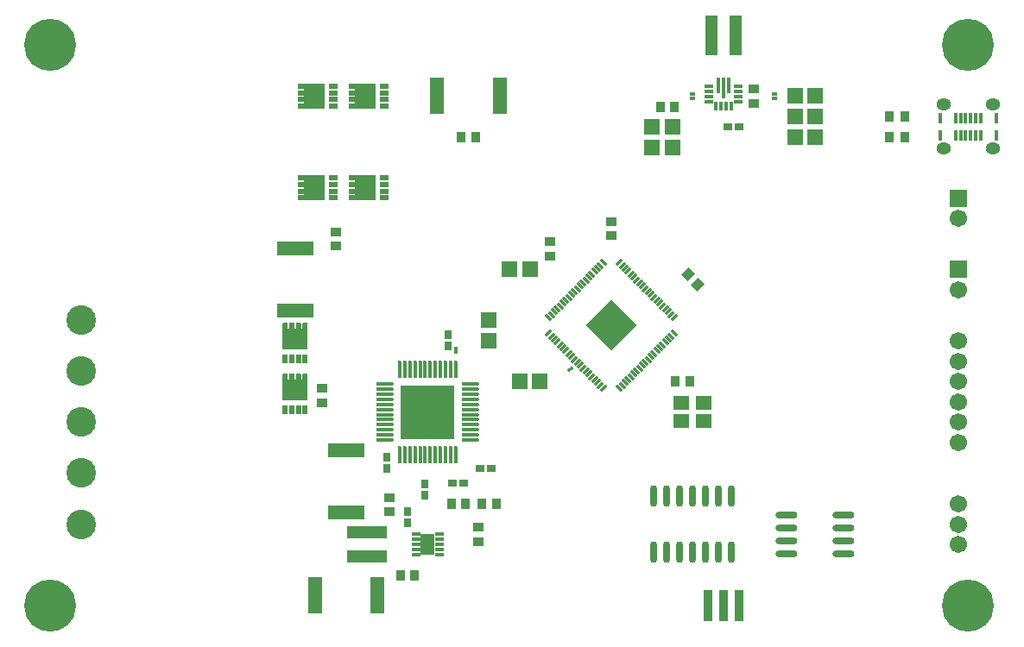
<source format=gts>
G04 Layer: TopSolderMaskLayer*
G04 EasyEDA v6.5.51, 2025-11-04 20:26:23*
G04 623bb76df6fb496f828c8c95ac90ab9a,07aaf3ec58ed4e568cacc845e37e2e79,10*
G04 Gerber Generator version 0.2*
G04 Scale: 100 percent, Rotated: No, Reflected: No *
G04 Dimensions in millimeters *
G04 leading zeros omitted , absolute positions ,4 integer and 5 decimal *
%FSLAX45Y45*%
%MOMM*%

%AMMACRO1*4,1,8,-0.4161,-0.3208,-0.4458,-0.291,-0.4458,0.2911,-0.4161,0.3208,0.4161,0.3208,0.4458,0.2911,0.4458,-0.291,0.4161,-0.3208,-0.4161,-0.3208,0*%
%AMMACRO2*4,1,8,-0.2911,-0.4458,-0.3208,-0.4161,-0.3208,0.4161,-0.2911,0.4458,0.291,0.4458,0.3208,0.4161,0.3208,-0.4161,0.291,-0.4458,-0.2911,-0.4458,0*%
%AMMACRO3*4,1,8,-0.4711,-0.4508,-0.5008,-0.421,-0.5008,0.4211,-0.4711,0.4508,0.471,0.4508,0.5008,0.4211,0.5008,-0.421,0.471,-0.4508,-0.4711,-0.4508,0*%
%AMMACRO4*4,1,8,-0.4211,-0.5008,-0.4508,-0.471,-0.4508,0.4711,-0.4211,0.5008,0.421,0.5008,0.4508,0.4711,0.4508,-0.471,0.421,-0.5008,-0.4211,-0.5008,0*%
%AMMACRO5*4,1,8,-0.6961,-0.7558,-0.7258,-0.726,-0.7258,0.7261,-0.6961,0.7558,0.696,0.7558,0.7258,0.7261,0.7258,-0.726,0.696,-0.7558,-0.6961,-0.7558,0*%
%AMMACRO6*4,1,8,-0.7261,-0.7258,-0.7558,-0.696,-0.7558,0.6961,-0.7261,0.7258,0.726,0.7258,0.7558,0.6961,0.7558,-0.696,0.726,-0.7258,-0.7261,-0.7258,0*%
%AMMACRO7*4,1,8,-0.0564,-0.6518,-0.6518,-0.0564,-0.6518,-0.0143,0.0143,0.6518,0.0564,0.6518,0.6518,0.0564,0.6518,0.0143,-0.0143,-0.6518,-0.0564,-0.6518,0*%
%AMMACRO8*4,1,8,-0.5211,-1.9508,-0.5508,-1.921,-0.5508,1.9211,-0.5211,1.9508,0.521,1.9508,0.5508,1.9211,0.5508,-1.921,0.521,-1.9508,-0.5211,-1.9508,0*%
%AMMACRO9*4,1,8,-1.9211,-0.5508,-1.9508,-0.521,-1.9508,0.5211,-1.9211,0.5508,1.921,0.5508,1.9508,0.5211,1.9508,-0.521,1.921,-0.5508,-1.9211,-0.5508,0*%
%AMMACRO10*4,1,8,-0.1961,-0.4008,-0.2258,-0.371,-0.2258,0.3711,-0.1961,0.4008,0.196,0.4008,0.2258,0.3711,0.2258,-0.371,0.196,-0.4008,-0.1961,-0.4008,0*%
%AMMACRO11*4,1,8,-0.3711,-0.2258,-0.4008,-0.196,-0.4008,0.1961,-0.3711,0.2258,0.371,0.2258,0.4008,0.1961,0.4008,-0.196,0.371,-0.2258,-0.3711,-0.2258,0*%
%AMMACRO12*4,1,8,-1.749,-0.6921,-1.7788,-0.6623,-1.7788,0.6623,-1.749,0.6921,1.749,0.6921,1.7788,0.6623,1.7788,-0.6623,1.749,-0.6921,-1.749,-0.6921,0*%
%AMMACRO13*4,1,8,-0.6623,-1.7788,-0.6921,-1.749,-0.6921,1.749,-0.6623,1.7788,0.6623,1.7788,0.6921,1.749,0.6921,-1.749,0.6623,-1.7788,-0.6623,-1.7788,0*%
%AMMACRO14*4,1,8,-0.0083,-0.1908,-0.1908,-0.0083,-0.1908,0.0338,-0.0338,0.1908,0.0083,0.1908,0.1908,0.0083,0.1908,-0.0338,0.0338,-0.1908,-0.0083,-0.1908,0*%
%AMMACRO15*4,1,8,-0.1291,-0.1408,-0.1588,-0.111,-0.1588,0.111,-0.1291,0.1408,0.129,0.1408,0.1588,0.111,0.1588,-0.111,0.129,-0.1408,-0.1291,-0.1408,0*%
%AMMACRO16*4,1,8,-0.1831,-0.2024,-0.2128,-0.1726,-0.2128,0.1726,-0.1831,0.2024,0.183,0.2024,0.2128,0.1726,0.2128,-0.1726,0.183,-0.2024,-0.1831,-0.2024,0*%
%AMMACRO17*4,1,8,-0.1851,-0.3558,-0.3558,-0.1851,-0.3558,-0.1437,0.1437,0.3558,0.1851,0.3558,0.3558,0.1851,0.3558,0.1437,-0.1437,-0.3558,-0.1851,-0.3558,0*%
%AMMACRO18*4,1,8,0.1437,-0.3558,-0.3558,0.1437,-0.3558,0.1851,-0.1851,0.3558,-0.1437,0.3558,0.3558,-0.1437,0.3558,-0.1851,0.1851,-0.3558,0.1437,-0.3558,0*%
%AMMACRO19*4,1,8,-0.0207,-2.4542,-2.4542,-0.0207,-2.4542,0.0207,-0.0207,2.4542,0.0207,2.4542,2.4542,0.0207,2.4542,-0.0207,0.0207,-2.4542,-0.0207,-2.4542,0*%
%AMMACRO20*4,1,8,-0.3536,-0.1908,-0.3833,-0.161,-0.3833,0.1611,-0.3536,0.1908,0.3535,0.1908,0.3833,0.1611,0.3833,-0.161,0.3535,-0.1908,-0.3536,-0.1908,0*%
%AMMACRO21*4,1,8,-0.6211,-1.0508,-0.6508,-1.021,-0.6508,1.0211,-0.6211,1.0508,0.621,1.0508,0.6508,1.0211,0.6508,-1.021,0.621,-1.0508,-0.6211,-1.0508,0*%
%AMMACRO22*4,1,8,-0.1711,-0.4858,-0.2008,-0.456,-0.2008,0.4561,-0.1711,0.4858,0.171,0.4858,0.2008,0.4561,0.2008,-0.456,0.171,-0.4858,-0.1711,-0.4858,0*%
%AMMACRO23*4,1,8,-0.8211,-0.8508,-0.8508,-0.821,-0.8508,0.8211,-0.8211,0.8508,0.821,0.8508,0.8508,0.8211,0.8508,-0.821,0.821,-0.8508,-0.8211,-0.8508,0*%
%AMMACRO24*4,1,8,-2.5711,-2.6008,-2.6008,-2.571,-2.6008,2.5711,-2.5711,2.6008,2.571,2.6008,2.6008,2.5711,2.6008,-2.571,2.571,-2.6008,-2.5711,-2.6008,0*%
%AMMACRO25*4,1,8,-0.3711,-0.1758,-0.4008,-0.146,-0.4008,0.1461,-0.3711,0.1758,0.371,0.1758,0.4008,0.1461,0.4008,-0.146,0.371,-0.1758,-0.3711,-0.1758,0*%
%AMMACRO26*4,1,8,-0.3711,-0.1758,-0.4008,-0.1461,-0.4008,0.1461,-0.3711,0.1758,0.371,0.1758,0.4008,0.1461,0.4008,-0.1461,0.371,-0.1758,-0.3711,-0.1758,0*%
%AMMACRO27*4,1,8,-0.1461,-0.7758,-0.1758,-0.746,-0.1758,0.746,-0.1461,0.7758,0.146,0.7758,0.1758,0.746,0.1758,-0.746,0.146,-0.7758,-0.1461,-0.7758,0*%
%AMMACRO28*4,1,8,-0.1461,-0.9758,-0.1758,-0.946,-0.1758,0.946,-0.1461,0.9758,0.146,0.9758,0.1758,0.946,0.1758,-0.946,0.146,-0.9758,-0.1461,-0.9758,0*%
%AMMACRO29*4,1,8,-0.1461,-0.4008,-0.1758,-0.371,-0.1758,0.3711,-0.1461,0.4008,0.146,0.4008,0.1758,0.3711,0.1758,-0.371,0.146,-0.4008,-0.1461,-0.4008,0*%
%AMMACRO30*4,1,8,-0.1461,-0.4008,-0.1758,-0.371,-0.1758,0.3711,-0.1461,0.4008,0.1461,0.4008,0.1758,0.3711,0.1758,-0.371,0.1461,-0.4008,-0.1461,-0.4008,0*%
%AMMACRO31*4,1,8,-0.4211,-1.5507,-0.4508,-1.5209,-0.4508,1.5209,-0.4211,1.5507,0.4211,1.5507,0.4508,1.5209,0.4508,-1.5209,0.4211,-1.5507,-0.4211,-1.5507,0*%
%AMMACRO32*4,1,8,-0.4211,-1.5507,-0.4509,-1.5209,-0.4509,1.5209,-0.4211,1.5507,0.4211,1.5507,0.4509,1.5209,0.4509,-1.5209,0.4211,-1.5507,-0.4211,-1.5507,0*%
%AMMACRO33*4,1,8,-0.4243,-0.4828,-0.454,-0.453,-0.454,0.4531,-0.4243,0.4828,0.4243,0.4828,0.454,0.4531,0.454,-0.453,0.4243,-0.4828,-0.4243,-0.4828,0*%
%AMMACRO34*4,1,8,-0.7211,-0.6508,-0.7508,-0.621,-0.7508,0.6211,-0.7211,0.6508,0.721,0.6508,0.7508,0.6211,0.7508,-0.621,0.721,-0.6508,-0.7211,-0.6508,0*%
%ADD10C,2.9016*%
%ADD11MACRO1*%
%ADD12MACRO2*%
%ADD13MACRO3*%
%ADD14MACRO4*%
%ADD15MACRO5*%
%ADD16MACRO6*%
%ADD17MACRO7*%
%ADD18C,1.7016*%
%ADD19C,0.0142*%
%ADD20MACRO8*%
%ADD21MACRO9*%
%ADD22MACRO10*%
%ADD23MACRO11*%
%ADD24MACRO12*%
%ADD25MACRO13*%
%ADD26MACRO14*%
%ADD27MACRO15*%
%ADD28MACRO16*%
%ADD29MACRO17*%
%ADD30MACRO18*%
%ADD31MACRO19*%
%ADD32MACRO20*%
%ADD33MACRO21*%
%ADD34MACRO22*%
%ADD35O,1.45161X1.201598*%
%ADD36MACRO23*%
%ADD37O,2.146605X0.68961*%
%ADD38O,0.675589X2.139594*%
%ADD39MACRO24*%
%ADD40O,0.38161X1.701597*%
%ADD41O,1.701597X0.38161*%
%ADD42MACRO25*%
%ADD43MACRO26*%
%ADD44MACRO27*%
%ADD45MACRO28*%
%ADD46MACRO29*%
%ADD47MACRO30*%
%ADD48MACRO31*%
%ADD49MACRO32*%
%ADD50MACRO33*%
%ADD51MACRO34*%
%ADD52C,5.1016*%

%LPD*%
D10*
G01*
X798499Y1299997D03*
G01*
X798499Y1799869D03*
G01*
X798499Y2299995D03*
G01*
X801496Y2799994D03*
G01*
X798499Y3299993D03*
D11*
G01*
X4824496Y1849996D03*
G01*
X4715484Y1849996D03*
G01*
X4554496Y1699996D03*
G01*
X4445485Y1699996D03*
D12*
G01*
X3799992Y1954502D03*
G01*
X3799992Y1845490D03*
G01*
X4169991Y1585490D03*
G01*
X4169991Y1694502D03*
G01*
X3999992Y1315491D03*
G01*
X3999992Y1424503D03*
G01*
X4399991Y3154499D03*
G01*
X4399991Y3045487D03*
D13*
G01*
X3819992Y1559996D03*
G01*
X3819992Y1419997D03*
D14*
G01*
X4069991Y799998D03*
G01*
X3929992Y799998D03*
D13*
G01*
X4699990Y1129997D03*
G01*
X4699990Y1269997D03*
D14*
G01*
X4429991Y1499996D03*
G01*
X4569990Y1499996D03*
G01*
X4729990Y1499996D03*
G01*
X4869990Y1499996D03*
G01*
X6619986Y5389989D03*
G01*
X6479987Y5389989D03*
D13*
G01*
X7399985Y5429989D03*
G01*
X7399985Y5569988D03*
D15*
G01*
X4799990Y3099991D03*
G01*
X4799990Y3299995D03*
D16*
G01*
X7999986Y5099989D03*
G01*
X7799981Y5099989D03*
G01*
X7999986Y5299989D03*
G01*
X7799981Y5299989D03*
G01*
X7999986Y5499988D03*
G01*
X7799981Y5499988D03*
G01*
X5299991Y2699994D03*
G01*
X5099987Y2699994D03*
G01*
X5199992Y3799992D03*
G01*
X4999987Y3799992D03*
G01*
X6599989Y5199989D03*
G01*
X6399984Y5199989D03*
G01*
X6599989Y4999989D03*
G01*
X6399984Y4999989D03*
D13*
G01*
X3164994Y2489995D03*
G01*
X3164994Y2629994D03*
G01*
X3299993Y4169991D03*
G01*
X3299993Y4029991D03*
D14*
G01*
X4669990Y5099989D03*
G01*
X4529990Y5099989D03*
D17*
G01*
X6750488Y3749490D03*
G01*
X6849482Y3650496D03*
D14*
G01*
X6629986Y2699994D03*
G01*
X6769986Y2699994D03*
D13*
G01*
X5999988Y4129991D03*
G01*
X5999988Y4269991D03*
G01*
X5399989Y3929992D03*
G01*
X5399989Y4069991D03*
D11*
G01*
X7145479Y5199989D03*
G01*
X7254491Y5199989D03*
D18*
G01*
X9399981Y2299995D03*
G01*
X9399981Y2099995D03*
G01*
X9399981Y2499995D03*
G01*
X9399981Y2699994D03*
G01*
X9399981Y2899994D03*
G01*
X9399981Y3099993D03*
G01*
X9399981Y1299971D03*
G01*
X9399981Y1099972D03*
G01*
X9399981Y1499971D03*
D20*
G01*
X7219985Y6099987D03*
G01*
X6979986Y6099987D03*
D21*
G01*
X3599992Y1219997D03*
G01*
X3599992Y979998D03*
G36*
X2782394Y3013616D02*
G01*
X2781896Y3013641D01*
X2781404Y3013712D01*
X2780918Y3013834D01*
X2780451Y3014002D01*
X2779999Y3014215D01*
X2779572Y3014471D01*
X2779171Y3014769D01*
X2778803Y3015104D01*
X2778467Y3015472D01*
X2778170Y3015874D01*
X2777914Y3016300D01*
X2777700Y3016752D01*
X2777533Y3017220D01*
X2777411Y3017705D01*
X2777340Y3018198D01*
X2777314Y3018696D01*
X2777314Y3268510D01*
X2777340Y3269007D01*
X2777411Y3269500D01*
X2777533Y3269985D01*
X2777700Y3270453D01*
X2777914Y3270905D01*
X2778170Y3271332D01*
X2778467Y3271733D01*
X2778803Y3272101D01*
X2779171Y3272436D01*
X2779572Y3272734D01*
X2779999Y3272990D01*
X2780451Y3273204D01*
X2780918Y3273371D01*
X2781404Y3273493D01*
X2781896Y3273564D01*
X2782394Y3273590D01*
X2822473Y3273590D01*
X2822971Y3273564D01*
X2823463Y3273493D01*
X2823949Y3273371D01*
X2824416Y3273204D01*
X2824868Y3272990D01*
X2825295Y3272734D01*
X2825696Y3272436D01*
X2826064Y3272101D01*
X2826400Y3271733D01*
X2826697Y3271332D01*
X2826953Y3270905D01*
X2827167Y3270453D01*
X2827334Y3269985D01*
X2827456Y3269500D01*
X2827527Y3269007D01*
X2827553Y3268510D01*
X2827553Y3216562D01*
X2842285Y3216562D01*
X2842285Y3268510D01*
X2842310Y3269007D01*
X2842381Y3269500D01*
X2842503Y3269985D01*
X2842671Y3270453D01*
X2842884Y3270905D01*
X2843141Y3271332D01*
X2843438Y3271733D01*
X2843773Y3272101D01*
X2844142Y3272436D01*
X2844543Y3272734D01*
X2844970Y3272990D01*
X2845422Y3273204D01*
X2845889Y3273371D01*
X2846374Y3273493D01*
X2846867Y3273564D01*
X2847365Y3273590D01*
X2887497Y3273590D01*
X2887995Y3273564D01*
X2888488Y3273493D01*
X2888973Y3273371D01*
X2889440Y3273204D01*
X2889892Y3272990D01*
X2890319Y3272734D01*
X2890720Y3272436D01*
X2891088Y3272101D01*
X2891424Y3271733D01*
X2891721Y3271332D01*
X2891977Y3270905D01*
X2892191Y3270453D01*
X2892358Y3269985D01*
X2892480Y3269500D01*
X2892552Y3269007D01*
X2892577Y3268510D01*
X2892577Y3216562D01*
X2907426Y3216562D01*
X2907426Y3268510D01*
X2907451Y3269007D01*
X2907522Y3269500D01*
X2907644Y3269985D01*
X2907812Y3270453D01*
X2908025Y3270905D01*
X2908282Y3271332D01*
X2908579Y3271733D01*
X2908914Y3272101D01*
X2909282Y3272436D01*
X2909684Y3272734D01*
X2910111Y3272990D01*
X2910563Y3273204D01*
X2911030Y3273371D01*
X2911515Y3273493D01*
X2912008Y3273564D01*
X2912506Y3273590D01*
X2952521Y3273590D01*
X2953019Y3273564D01*
X2953511Y3273493D01*
X2953997Y3273371D01*
X2954464Y3273204D01*
X2954916Y3272990D01*
X2955343Y3272734D01*
X2955744Y3272436D01*
X2956112Y3272101D01*
X2956448Y3271733D01*
X2956745Y3271332D01*
X2957001Y3270905D01*
X2957215Y3270453D01*
X2957382Y3269985D01*
X2957504Y3269500D01*
X2957575Y3269007D01*
X2957601Y3268510D01*
X2957601Y3216562D01*
X2972333Y3216562D01*
X2972333Y3268510D01*
X2972358Y3269007D01*
X2972429Y3269500D01*
X2972551Y3269985D01*
X2972719Y3270453D01*
X2972932Y3270905D01*
X2973189Y3271332D01*
X2973486Y3271733D01*
X2973821Y3272101D01*
X2974190Y3272436D01*
X2974591Y3272734D01*
X2975018Y3272990D01*
X2975470Y3273204D01*
X2975937Y3273371D01*
X2976422Y3273493D01*
X2976915Y3273564D01*
X2977413Y3273590D01*
X3017593Y3273590D01*
X3018091Y3273564D01*
X3018584Y3273493D01*
X3019069Y3273371D01*
X3019536Y3273204D01*
X3019988Y3272990D01*
X3020415Y3272734D01*
X3020816Y3272436D01*
X3021185Y3272101D01*
X3021520Y3271733D01*
X3021817Y3271332D01*
X3022074Y3270905D01*
X3022287Y3270453D01*
X3022455Y3269985D01*
X3022577Y3269500D01*
X3022648Y3269007D01*
X3022673Y3268510D01*
X3022673Y3018696D01*
X3022648Y3018198D01*
X3022577Y3017705D01*
X3022455Y3017220D01*
X3022287Y3016752D01*
X3022074Y3016300D01*
X3021817Y3015874D01*
X3021520Y3015472D01*
X3021185Y3015104D01*
X3020816Y3014769D01*
X3020415Y3014471D01*
X3019988Y3014215D01*
X3019536Y3014002D01*
X3019069Y3013834D01*
X3018584Y3013712D01*
X3018091Y3013641D01*
X3017593Y3013616D01*
G37*
D22*
G01*
X2802496Y2923514D03*
G01*
X2867494Y2923514D03*
G01*
X2932493Y2923514D03*
G01*
X2997492Y2923514D03*
G36*
X2782394Y2513617D02*
G01*
X2781896Y2513642D01*
X2781404Y2513713D01*
X2780918Y2513835D01*
X2780451Y2514003D01*
X2779999Y2514216D01*
X2779572Y2514472D01*
X2779171Y2514770D01*
X2778803Y2515105D01*
X2778467Y2515473D01*
X2778170Y2515875D01*
X2777914Y2516301D01*
X2777700Y2516753D01*
X2777533Y2517221D01*
X2777411Y2517706D01*
X2777340Y2518199D01*
X2777314Y2518697D01*
X2777314Y2768511D01*
X2777340Y2769008D01*
X2777411Y2769501D01*
X2777533Y2769986D01*
X2777700Y2770454D01*
X2777914Y2770906D01*
X2778170Y2771333D01*
X2778467Y2771734D01*
X2778803Y2772102D01*
X2779171Y2772437D01*
X2779572Y2772735D01*
X2779999Y2772991D01*
X2780451Y2773205D01*
X2780918Y2773372D01*
X2781404Y2773494D01*
X2781896Y2773565D01*
X2782394Y2773591D01*
X2822473Y2773591D01*
X2822971Y2773565D01*
X2823463Y2773494D01*
X2823949Y2773372D01*
X2824416Y2773205D01*
X2824868Y2772991D01*
X2825295Y2772735D01*
X2825696Y2772437D01*
X2826064Y2772102D01*
X2826400Y2771734D01*
X2826697Y2771333D01*
X2826953Y2770906D01*
X2827167Y2770454D01*
X2827334Y2769986D01*
X2827456Y2769501D01*
X2827527Y2769008D01*
X2827553Y2768511D01*
X2827553Y2716563D01*
X2842285Y2716563D01*
X2842285Y2768511D01*
X2842310Y2769008D01*
X2842381Y2769501D01*
X2842503Y2769986D01*
X2842671Y2770454D01*
X2842884Y2770906D01*
X2843141Y2771333D01*
X2843438Y2771734D01*
X2843773Y2772102D01*
X2844142Y2772437D01*
X2844543Y2772735D01*
X2844970Y2772991D01*
X2845422Y2773205D01*
X2845889Y2773372D01*
X2846374Y2773494D01*
X2846867Y2773565D01*
X2847365Y2773591D01*
X2887497Y2773591D01*
X2887995Y2773565D01*
X2888488Y2773494D01*
X2888973Y2773372D01*
X2889440Y2773205D01*
X2889892Y2772991D01*
X2890319Y2772735D01*
X2890720Y2772437D01*
X2891088Y2772102D01*
X2891424Y2771734D01*
X2891721Y2771333D01*
X2891977Y2770906D01*
X2892191Y2770454D01*
X2892358Y2769986D01*
X2892480Y2769501D01*
X2892552Y2769008D01*
X2892577Y2768511D01*
X2892577Y2716563D01*
X2907426Y2716563D01*
X2907426Y2768511D01*
X2907451Y2769008D01*
X2907522Y2769501D01*
X2907644Y2769986D01*
X2907812Y2770454D01*
X2908025Y2770906D01*
X2908282Y2771333D01*
X2908579Y2771734D01*
X2908914Y2772102D01*
X2909282Y2772437D01*
X2909684Y2772735D01*
X2910111Y2772991D01*
X2910563Y2773205D01*
X2911030Y2773372D01*
X2911515Y2773494D01*
X2912008Y2773565D01*
X2912506Y2773591D01*
X2952521Y2773591D01*
X2953019Y2773565D01*
X2953511Y2773494D01*
X2953997Y2773372D01*
X2954464Y2773205D01*
X2954916Y2772991D01*
X2955343Y2772735D01*
X2955744Y2772437D01*
X2956112Y2772102D01*
X2956448Y2771734D01*
X2956745Y2771333D01*
X2957001Y2770906D01*
X2957215Y2770454D01*
X2957382Y2769986D01*
X2957504Y2769501D01*
X2957575Y2769008D01*
X2957601Y2768511D01*
X2957601Y2716563D01*
X2972333Y2716563D01*
X2972333Y2768511D01*
X2972358Y2769008D01*
X2972429Y2769501D01*
X2972551Y2769986D01*
X2972719Y2770454D01*
X2972932Y2770906D01*
X2973189Y2771333D01*
X2973486Y2771734D01*
X2973821Y2772102D01*
X2974190Y2772437D01*
X2974591Y2772735D01*
X2975018Y2772991D01*
X2975470Y2773205D01*
X2975937Y2773372D01*
X2976422Y2773494D01*
X2976915Y2773565D01*
X2977413Y2773591D01*
X3017593Y2773591D01*
X3018091Y2773565D01*
X3018584Y2773494D01*
X3019069Y2773372D01*
X3019536Y2773205D01*
X3019988Y2772991D01*
X3020415Y2772735D01*
X3020816Y2772437D01*
X3021185Y2772102D01*
X3021520Y2771734D01*
X3021817Y2771333D01*
X3022074Y2770906D01*
X3022287Y2770454D01*
X3022455Y2769986D01*
X3022577Y2769501D01*
X3022648Y2769008D01*
X3022673Y2768511D01*
X3022673Y2518697D01*
X3022648Y2518199D01*
X3022577Y2517706D01*
X3022455Y2517221D01*
X3022287Y2516753D01*
X3022074Y2516301D01*
X3021817Y2515875D01*
X3021520Y2515473D01*
X3021185Y2515105D01*
X3020816Y2514770D01*
X3020415Y2514472D01*
X3019988Y2514216D01*
X3019536Y2514003D01*
X3019069Y2513835D01*
X3018584Y2513713D01*
X3018091Y2513642D01*
X3017593Y2513617D01*
G37*
G01*
X2802496Y2423515D03*
G01*
X2867494Y2423515D03*
G01*
X2932493Y2423515D03*
G01*
X2997492Y2423515D03*
G36*
X2931477Y4477311D02*
G01*
X2930979Y4477336D01*
X2930486Y4477407D01*
X2930001Y4477529D01*
X2929534Y4477697D01*
X2929082Y4477910D01*
X2928655Y4478167D01*
X2928254Y4478464D01*
X2927885Y4478799D01*
X2927550Y4479168D01*
X2927253Y4479569D01*
X2926996Y4479996D01*
X2926783Y4480448D01*
X2926615Y4480915D01*
X2926494Y4481400D01*
X2926422Y4481893D01*
X2926397Y4482391D01*
X2926397Y4522470D01*
X2926422Y4522967D01*
X2926494Y4523460D01*
X2926615Y4523945D01*
X2926783Y4524413D01*
X2926996Y4524865D01*
X2927253Y4525291D01*
X2927550Y4525693D01*
X2927885Y4526061D01*
X2928254Y4526396D01*
X2928655Y4526694D01*
X2929082Y4526950D01*
X2929534Y4527163D01*
X2930001Y4527331D01*
X2930486Y4527453D01*
X2930979Y4527524D01*
X2931477Y4527550D01*
X2983425Y4527550D01*
X2983425Y4542281D01*
X2931477Y4542281D01*
X2930979Y4542307D01*
X2930486Y4542378D01*
X2930001Y4542500D01*
X2929534Y4542668D01*
X2929082Y4542881D01*
X2928655Y4543137D01*
X2928254Y4543435D01*
X2927885Y4543770D01*
X2927550Y4544138D01*
X2927253Y4544540D01*
X2926996Y4544966D01*
X2926783Y4545418D01*
X2926615Y4545886D01*
X2926494Y4546371D01*
X2926422Y4546864D01*
X2926397Y4547362D01*
X2926397Y4587494D01*
X2926422Y4587991D01*
X2926494Y4588484D01*
X2926615Y4588969D01*
X2926783Y4589437D01*
X2926996Y4589889D01*
X2927253Y4590315D01*
X2927550Y4590717D01*
X2927885Y4591085D01*
X2928254Y4591420D01*
X2928655Y4591718D01*
X2929082Y4591974D01*
X2929534Y4592187D01*
X2930001Y4592355D01*
X2930486Y4592477D01*
X2930979Y4592548D01*
X2931477Y4592573D01*
X2983425Y4592573D01*
X2983425Y4607422D01*
X2931477Y4607422D01*
X2930979Y4607448D01*
X2930486Y4607519D01*
X2930001Y4607641D01*
X2929534Y4607808D01*
X2929082Y4608022D01*
X2928655Y4608278D01*
X2928254Y4608576D01*
X2927885Y4608911D01*
X2927550Y4609279D01*
X2927253Y4609680D01*
X2926996Y4610107D01*
X2926783Y4610559D01*
X2926615Y4611027D01*
X2926494Y4611512D01*
X2926422Y4612004D01*
X2926397Y4612502D01*
X2926397Y4652518D01*
X2926422Y4653015D01*
X2926494Y4653508D01*
X2926615Y4653993D01*
X2926783Y4654461D01*
X2926996Y4654913D01*
X2927253Y4655339D01*
X2927550Y4655741D01*
X2927885Y4656109D01*
X2928254Y4656444D01*
X2928655Y4656742D01*
X2929082Y4656998D01*
X2929534Y4657211D01*
X2930001Y4657379D01*
X2930486Y4657501D01*
X2930979Y4657572D01*
X2931477Y4657597D01*
X2983425Y4657597D01*
X2983425Y4672329D01*
X2931477Y4672329D01*
X2930979Y4672355D01*
X2930486Y4672426D01*
X2930001Y4672548D01*
X2929534Y4672716D01*
X2929082Y4672929D01*
X2928655Y4673185D01*
X2928254Y4673483D01*
X2927885Y4673818D01*
X2927550Y4674186D01*
X2927253Y4674588D01*
X2926996Y4675014D01*
X2926783Y4675466D01*
X2926615Y4675934D01*
X2926494Y4676419D01*
X2926422Y4676912D01*
X2926397Y4677410D01*
X2926397Y4717590D01*
X2926422Y4718088D01*
X2926494Y4718580D01*
X2926615Y4719065D01*
X2926783Y4719533D01*
X2926996Y4719985D01*
X2927253Y4720412D01*
X2927550Y4720813D01*
X2927885Y4721181D01*
X2928254Y4721517D01*
X2928655Y4721814D01*
X2929082Y4722070D01*
X2929534Y4722284D01*
X2930001Y4722451D01*
X2930486Y4722573D01*
X2930979Y4722644D01*
X2931477Y4722670D01*
X3181291Y4722670D01*
X3181789Y4722644D01*
X3182282Y4722573D01*
X3182767Y4722451D01*
X3183234Y4722284D01*
X3183686Y4722070D01*
X3184113Y4721814D01*
X3184514Y4721517D01*
X3184883Y4721181D01*
X3185218Y4720813D01*
X3185515Y4720412D01*
X3185772Y4719985D01*
X3185985Y4719533D01*
X3186153Y4719065D01*
X3186275Y4718580D01*
X3186346Y4718088D01*
X3186371Y4717590D01*
X3186371Y4482391D01*
X3186346Y4481893D01*
X3186275Y4481400D01*
X3186153Y4480915D01*
X3185985Y4480448D01*
X3185772Y4479996D01*
X3185515Y4479569D01*
X3185218Y4479168D01*
X3184883Y4478799D01*
X3184514Y4478464D01*
X3184113Y4478167D01*
X3183686Y4477910D01*
X3183234Y4477697D01*
X3182767Y4477529D01*
X3182282Y4477407D01*
X3181789Y4477336D01*
X3181291Y4477311D01*
G37*
D23*
G01*
X3276473Y4502492D03*
G01*
X3276473Y4567491D03*
G01*
X3276473Y4632490D03*
G01*
X3276473Y4697488D03*
G36*
X3431476Y4477311D02*
G01*
X3430978Y4477336D01*
X3430485Y4477407D01*
X3430000Y4477529D01*
X3429533Y4477697D01*
X3429081Y4477910D01*
X3428654Y4478167D01*
X3428253Y4478464D01*
X3427884Y4478799D01*
X3427549Y4479168D01*
X3427252Y4479569D01*
X3426995Y4479996D01*
X3426782Y4480448D01*
X3426614Y4480915D01*
X3426493Y4481400D01*
X3426421Y4481893D01*
X3426396Y4482391D01*
X3426396Y4522470D01*
X3426421Y4522967D01*
X3426493Y4523460D01*
X3426614Y4523945D01*
X3426782Y4524413D01*
X3426995Y4524865D01*
X3427252Y4525291D01*
X3427549Y4525693D01*
X3427884Y4526061D01*
X3428253Y4526396D01*
X3428654Y4526694D01*
X3429081Y4526950D01*
X3429533Y4527163D01*
X3430000Y4527331D01*
X3430485Y4527453D01*
X3430978Y4527524D01*
X3431476Y4527550D01*
X3483424Y4527550D01*
X3483424Y4542281D01*
X3431476Y4542281D01*
X3430978Y4542307D01*
X3430485Y4542378D01*
X3430000Y4542500D01*
X3429533Y4542668D01*
X3429081Y4542881D01*
X3428654Y4543137D01*
X3428253Y4543435D01*
X3427884Y4543770D01*
X3427549Y4544138D01*
X3427252Y4544540D01*
X3426995Y4544966D01*
X3426782Y4545418D01*
X3426614Y4545886D01*
X3426493Y4546371D01*
X3426421Y4546864D01*
X3426396Y4547362D01*
X3426396Y4587494D01*
X3426421Y4587991D01*
X3426493Y4588484D01*
X3426614Y4588969D01*
X3426782Y4589437D01*
X3426995Y4589889D01*
X3427252Y4590315D01*
X3427549Y4590717D01*
X3427884Y4591085D01*
X3428253Y4591420D01*
X3428654Y4591718D01*
X3429081Y4591974D01*
X3429533Y4592187D01*
X3430000Y4592355D01*
X3430485Y4592477D01*
X3430978Y4592548D01*
X3431476Y4592573D01*
X3483424Y4592573D01*
X3483424Y4607422D01*
X3431476Y4607422D01*
X3430978Y4607448D01*
X3430485Y4607519D01*
X3430000Y4607641D01*
X3429533Y4607808D01*
X3429081Y4608022D01*
X3428654Y4608278D01*
X3428253Y4608576D01*
X3427884Y4608911D01*
X3427549Y4609279D01*
X3427252Y4609680D01*
X3426995Y4610107D01*
X3426782Y4610559D01*
X3426614Y4611027D01*
X3426493Y4611512D01*
X3426421Y4612004D01*
X3426396Y4612502D01*
X3426396Y4652518D01*
X3426421Y4653015D01*
X3426493Y4653508D01*
X3426614Y4653993D01*
X3426782Y4654461D01*
X3426995Y4654913D01*
X3427252Y4655339D01*
X3427549Y4655741D01*
X3427884Y4656109D01*
X3428253Y4656444D01*
X3428654Y4656742D01*
X3429081Y4656998D01*
X3429533Y4657211D01*
X3430000Y4657379D01*
X3430485Y4657501D01*
X3430978Y4657572D01*
X3431476Y4657597D01*
X3483424Y4657597D01*
X3483424Y4672329D01*
X3431476Y4672329D01*
X3430978Y4672355D01*
X3430485Y4672426D01*
X3430000Y4672548D01*
X3429533Y4672716D01*
X3429081Y4672929D01*
X3428654Y4673185D01*
X3428253Y4673483D01*
X3427884Y4673818D01*
X3427549Y4674186D01*
X3427252Y4674588D01*
X3426995Y4675014D01*
X3426782Y4675466D01*
X3426614Y4675934D01*
X3426493Y4676419D01*
X3426421Y4676912D01*
X3426396Y4677410D01*
X3426396Y4717590D01*
X3426421Y4718088D01*
X3426493Y4718580D01*
X3426614Y4719065D01*
X3426782Y4719533D01*
X3426995Y4719985D01*
X3427252Y4720412D01*
X3427549Y4720813D01*
X3427884Y4721181D01*
X3428253Y4721517D01*
X3428654Y4721814D01*
X3429081Y4722070D01*
X3429533Y4722284D01*
X3430000Y4722451D01*
X3430485Y4722573D01*
X3430978Y4722644D01*
X3431476Y4722670D01*
X3681290Y4722670D01*
X3681788Y4722644D01*
X3682281Y4722573D01*
X3682766Y4722451D01*
X3683233Y4722284D01*
X3683685Y4722070D01*
X3684112Y4721814D01*
X3684513Y4721517D01*
X3684882Y4721181D01*
X3685217Y4720813D01*
X3685514Y4720412D01*
X3685771Y4719985D01*
X3685984Y4719533D01*
X3686152Y4719065D01*
X3686274Y4718580D01*
X3686345Y4718088D01*
X3686370Y4717590D01*
X3686370Y4482391D01*
X3686345Y4481893D01*
X3686274Y4481400D01*
X3686152Y4480915D01*
X3685984Y4480448D01*
X3685771Y4479996D01*
X3685514Y4479569D01*
X3685217Y4479168D01*
X3684882Y4478799D01*
X3684513Y4478464D01*
X3684112Y4478167D01*
X3683685Y4477910D01*
X3683233Y4477697D01*
X3682766Y4477529D01*
X3682281Y4477407D01*
X3681788Y4477336D01*
X3681290Y4477311D01*
G37*
G01*
X3776471Y4502492D03*
G01*
X3776471Y4567491D03*
G01*
X3776471Y4632490D03*
G01*
X3776471Y4697488D03*
G36*
X3431476Y5377309D02*
G01*
X3430978Y5377334D01*
X3430485Y5377406D01*
X3430000Y5377527D01*
X3429533Y5377695D01*
X3429081Y5377908D01*
X3428654Y5378165D01*
X3428253Y5378462D01*
X3427884Y5378797D01*
X3427549Y5379166D01*
X3427252Y5379567D01*
X3426995Y5379994D01*
X3426782Y5380446D01*
X3426614Y5380913D01*
X3426493Y5381398D01*
X3426421Y5381891D01*
X3426396Y5382389D01*
X3426396Y5422468D01*
X3426421Y5422966D01*
X3426493Y5423458D01*
X3426614Y5423943D01*
X3426782Y5424411D01*
X3426995Y5424863D01*
X3427252Y5425290D01*
X3427549Y5425691D01*
X3427884Y5426059D01*
X3428253Y5426395D01*
X3428654Y5426692D01*
X3429081Y5426948D01*
X3429533Y5427162D01*
X3430000Y5427329D01*
X3430485Y5427451D01*
X3430978Y5427522D01*
X3431476Y5427548D01*
X3483424Y5427548D01*
X3483424Y5442280D01*
X3431476Y5442280D01*
X3430978Y5442305D01*
X3430485Y5442376D01*
X3430000Y5442498D01*
X3429533Y5442666D01*
X3429081Y5442879D01*
X3428654Y5443136D01*
X3428253Y5443433D01*
X3427884Y5443768D01*
X3427549Y5444136D01*
X3427252Y5444538D01*
X3426995Y5444964D01*
X3426782Y5445417D01*
X3426614Y5445884D01*
X3426493Y5446369D01*
X3426421Y5446862D01*
X3426396Y5447360D01*
X3426396Y5487492D01*
X3426421Y5487990D01*
X3426493Y5488482D01*
X3426614Y5488967D01*
X3426782Y5489435D01*
X3426995Y5489887D01*
X3427252Y5490314D01*
X3427549Y5490715D01*
X3427884Y5491083D01*
X3428253Y5491419D01*
X3428654Y5491716D01*
X3429081Y5491972D01*
X3429533Y5492186D01*
X3430000Y5492353D01*
X3430485Y5492475D01*
X3430978Y5492546D01*
X3431476Y5492572D01*
X3483424Y5492572D01*
X3483424Y5507421D01*
X3431476Y5507421D01*
X3430978Y5507446D01*
X3430485Y5507517D01*
X3430000Y5507639D01*
X3429533Y5507807D01*
X3429081Y5508020D01*
X3428654Y5508277D01*
X3428253Y5508574D01*
X3427884Y5508909D01*
X3427549Y5509277D01*
X3427252Y5509679D01*
X3426995Y5510105D01*
X3426782Y5510557D01*
X3426614Y5511025D01*
X3426493Y5511510D01*
X3426421Y5512003D01*
X3426396Y5512501D01*
X3426396Y5552516D01*
X3426421Y5553014D01*
X3426493Y5553506D01*
X3426614Y5553991D01*
X3426782Y5554459D01*
X3426995Y5554911D01*
X3427252Y5555338D01*
X3427549Y5555739D01*
X3427884Y5556107D01*
X3428253Y5556443D01*
X3428654Y5556740D01*
X3429081Y5556996D01*
X3429533Y5557210D01*
X3430000Y5557377D01*
X3430485Y5557499D01*
X3430978Y5557570D01*
X3431476Y5557596D01*
X3483424Y5557596D01*
X3483424Y5572328D01*
X3431476Y5572328D01*
X3430978Y5572353D01*
X3430485Y5572424D01*
X3430000Y5572546D01*
X3429533Y5572714D01*
X3429081Y5572927D01*
X3428654Y5573184D01*
X3428253Y5573481D01*
X3427884Y5573816D01*
X3427549Y5574184D01*
X3427252Y5574586D01*
X3426995Y5575012D01*
X3426782Y5575465D01*
X3426614Y5575932D01*
X3426493Y5576417D01*
X3426421Y5576910D01*
X3426396Y5577408D01*
X3426396Y5617588D01*
X3426421Y5618086D01*
X3426493Y5618579D01*
X3426614Y5619064D01*
X3426782Y5619531D01*
X3426995Y5619983D01*
X3427252Y5620410D01*
X3427549Y5620811D01*
X3427884Y5621180D01*
X3428253Y5621515D01*
X3428654Y5621812D01*
X3429081Y5622069D01*
X3429533Y5622282D01*
X3430000Y5622450D01*
X3430485Y5622571D01*
X3430978Y5622643D01*
X3431476Y5622668D01*
X3681290Y5622668D01*
X3681788Y5622643D01*
X3682281Y5622571D01*
X3682766Y5622450D01*
X3683233Y5622282D01*
X3683685Y5622069D01*
X3684112Y5621812D01*
X3684513Y5621515D01*
X3684882Y5621180D01*
X3685217Y5620811D01*
X3685514Y5620410D01*
X3685771Y5619983D01*
X3685984Y5619531D01*
X3686152Y5619064D01*
X3686274Y5618579D01*
X3686345Y5618086D01*
X3686370Y5617588D01*
X3686370Y5382389D01*
X3686345Y5381891D01*
X3686274Y5381398D01*
X3686152Y5380913D01*
X3685984Y5380446D01*
X3685771Y5379994D01*
X3685514Y5379567D01*
X3685217Y5379166D01*
X3684882Y5378797D01*
X3684513Y5378462D01*
X3684112Y5378165D01*
X3683685Y5377908D01*
X3683233Y5377695D01*
X3682766Y5377527D01*
X3682281Y5377406D01*
X3681788Y5377334D01*
X3681290Y5377309D01*
G37*
G01*
X3776471Y5402491D03*
G01*
X3776471Y5467489D03*
G01*
X3776471Y5532488D03*
G01*
X3776471Y5597486D03*
G36*
X2931477Y5377309D02*
G01*
X2930979Y5377334D01*
X2930486Y5377406D01*
X2930001Y5377527D01*
X2929534Y5377695D01*
X2929082Y5377908D01*
X2928655Y5378165D01*
X2928254Y5378462D01*
X2927885Y5378797D01*
X2927550Y5379166D01*
X2927253Y5379567D01*
X2926996Y5379994D01*
X2926783Y5380446D01*
X2926615Y5380913D01*
X2926494Y5381398D01*
X2926422Y5381891D01*
X2926397Y5382389D01*
X2926397Y5422468D01*
X2926422Y5422966D01*
X2926494Y5423458D01*
X2926615Y5423943D01*
X2926783Y5424411D01*
X2926996Y5424863D01*
X2927253Y5425290D01*
X2927550Y5425691D01*
X2927885Y5426059D01*
X2928254Y5426395D01*
X2928655Y5426692D01*
X2929082Y5426948D01*
X2929534Y5427162D01*
X2930001Y5427329D01*
X2930486Y5427451D01*
X2930979Y5427522D01*
X2931477Y5427548D01*
X2983425Y5427548D01*
X2983425Y5442280D01*
X2931477Y5442280D01*
X2930979Y5442305D01*
X2930486Y5442376D01*
X2930001Y5442498D01*
X2929534Y5442666D01*
X2929082Y5442879D01*
X2928655Y5443136D01*
X2928254Y5443433D01*
X2927885Y5443768D01*
X2927550Y5444136D01*
X2927253Y5444538D01*
X2926996Y5444964D01*
X2926783Y5445417D01*
X2926615Y5445884D01*
X2926494Y5446369D01*
X2926422Y5446862D01*
X2926397Y5447360D01*
X2926397Y5487492D01*
X2926422Y5487990D01*
X2926494Y5488482D01*
X2926615Y5488967D01*
X2926783Y5489435D01*
X2926996Y5489887D01*
X2927253Y5490314D01*
X2927550Y5490715D01*
X2927885Y5491083D01*
X2928254Y5491419D01*
X2928655Y5491716D01*
X2929082Y5491972D01*
X2929534Y5492186D01*
X2930001Y5492353D01*
X2930486Y5492475D01*
X2930979Y5492546D01*
X2931477Y5492572D01*
X2983425Y5492572D01*
X2983425Y5507421D01*
X2931477Y5507421D01*
X2930979Y5507446D01*
X2930486Y5507517D01*
X2930001Y5507639D01*
X2929534Y5507807D01*
X2929082Y5508020D01*
X2928655Y5508277D01*
X2928254Y5508574D01*
X2927885Y5508909D01*
X2927550Y5509277D01*
X2927253Y5509679D01*
X2926996Y5510105D01*
X2926783Y5510557D01*
X2926615Y5511025D01*
X2926494Y5511510D01*
X2926422Y5512003D01*
X2926397Y5512501D01*
X2926397Y5552516D01*
X2926422Y5553014D01*
X2926494Y5553506D01*
X2926615Y5553991D01*
X2926783Y5554459D01*
X2926996Y5554911D01*
X2927253Y5555338D01*
X2927550Y5555739D01*
X2927885Y5556107D01*
X2928254Y5556443D01*
X2928655Y5556740D01*
X2929082Y5556996D01*
X2929534Y5557210D01*
X2930001Y5557377D01*
X2930486Y5557499D01*
X2930979Y5557570D01*
X2931477Y5557596D01*
X2983425Y5557596D01*
X2983425Y5572328D01*
X2931477Y5572328D01*
X2930979Y5572353D01*
X2930486Y5572424D01*
X2930001Y5572546D01*
X2929534Y5572714D01*
X2929082Y5572927D01*
X2928655Y5573184D01*
X2928254Y5573481D01*
X2927885Y5573816D01*
X2927550Y5574184D01*
X2927253Y5574586D01*
X2926996Y5575012D01*
X2926783Y5575465D01*
X2926615Y5575932D01*
X2926494Y5576417D01*
X2926422Y5576910D01*
X2926397Y5577408D01*
X2926397Y5617588D01*
X2926422Y5618086D01*
X2926494Y5618579D01*
X2926615Y5619064D01*
X2926783Y5619531D01*
X2926996Y5619983D01*
X2927253Y5620410D01*
X2927550Y5620811D01*
X2927885Y5621180D01*
X2928254Y5621515D01*
X2928655Y5621812D01*
X2929082Y5622069D01*
X2929534Y5622282D01*
X2930001Y5622450D01*
X2930486Y5622571D01*
X2930979Y5622643D01*
X2931477Y5622668D01*
X3181291Y5622668D01*
X3181789Y5622643D01*
X3182282Y5622571D01*
X3182767Y5622450D01*
X3183234Y5622282D01*
X3183686Y5622069D01*
X3184113Y5621812D01*
X3184514Y5621515D01*
X3184883Y5621180D01*
X3185218Y5620811D01*
X3185515Y5620410D01*
X3185772Y5619983D01*
X3185985Y5619531D01*
X3186153Y5619064D01*
X3186275Y5618579D01*
X3186346Y5618086D01*
X3186371Y5617588D01*
X3186371Y5382389D01*
X3186346Y5381891D01*
X3186275Y5381398D01*
X3186153Y5380913D01*
X3185985Y5380446D01*
X3185772Y5379994D01*
X3185515Y5379567D01*
X3185218Y5379166D01*
X3184883Y5378797D01*
X3184514Y5378462D01*
X3184113Y5378165D01*
X3183686Y5377908D01*
X3183234Y5377695D01*
X3182767Y5377527D01*
X3182282Y5377406D01*
X3181789Y5377334D01*
X3181291Y5377309D01*
G37*
G01*
X3276473Y5402491D03*
G01*
X3276473Y5467489D03*
G01*
X3276473Y5532488D03*
G01*
X3276473Y5597486D03*
D24*
G01*
X3399993Y1413370D03*
G01*
X3399993Y2026622D03*
G01*
X2899994Y4006618D03*
G01*
X2899994Y3393366D03*
D25*
G01*
X4906617Y5499989D03*
G01*
X4293364Y5499989D03*
G01*
X3093366Y599998D03*
G01*
X3706619Y599998D03*
D26*
G01*
X5587965Y2807973D03*
G01*
X5612009Y2832017D03*
D27*
G01*
X4479991Y2992993D03*
G01*
X4479991Y3026994D03*
D28*
G01*
X6799986Y5475833D03*
G01*
X6799986Y5524144D03*
G01*
X7599984Y5475833D03*
G01*
X7599984Y5524144D03*
D29*
G01*
X5384264Y3171687D03*
G01*
X5412552Y3143399D03*
G01*
X5440840Y3115111D03*
G01*
X5469128Y3086823D03*
G01*
X5497415Y3058535D03*
G01*
X5525686Y3030265D03*
G01*
X5553974Y3001977D03*
G01*
X5582260Y2973689D03*
G01*
X5610548Y2945401D03*
G01*
X5638836Y2917113D03*
G01*
X5667105Y2888844D03*
G01*
X5695393Y2860556D03*
G01*
X5723681Y2832268D03*
G01*
X5751969Y2803982D03*
G01*
X5780257Y2775694D03*
G01*
X5808527Y2747424D03*
G01*
X5836815Y2719136D03*
G01*
X5865103Y2690848D03*
G01*
X5893391Y2662560D03*
G01*
X5921679Y2634272D03*
D30*
G01*
X6078294Y2634272D03*
G01*
X6106582Y2662558D03*
G01*
X6134870Y2690846D03*
G01*
X6163158Y2719134D03*
G01*
X6191446Y2747422D03*
G01*
X6219717Y2775692D03*
G01*
X6248003Y2803980D03*
G01*
X6276291Y2832267D03*
G01*
X6304579Y2860555D03*
G01*
X6332867Y2888843D03*
G01*
X6361137Y2917113D03*
G01*
X6389425Y2945401D03*
G01*
X6417713Y2973689D03*
G01*
X6446000Y3001977D03*
G01*
X6474288Y3030264D03*
G01*
X6502558Y3058534D03*
G01*
X6530846Y3086822D03*
G01*
X6559134Y3115110D03*
G01*
X6587422Y3143398D03*
G01*
X6615709Y3171686D03*
D29*
G01*
X6615709Y3328302D03*
G01*
X6587422Y3356590D03*
G01*
X6559134Y3384878D03*
G01*
X6530846Y3413166D03*
G01*
X6502558Y3441454D03*
G01*
X6474288Y3469725D03*
G01*
X6446000Y3498011D03*
G01*
X6417713Y3526299D03*
G01*
X6389425Y3554587D03*
G01*
X6361137Y3582875D03*
G01*
X6332867Y3611145D03*
G01*
X6304579Y3639433D03*
G01*
X6276291Y3667721D03*
G01*
X6248003Y3696008D03*
G01*
X6219717Y3724296D03*
G01*
X6191446Y3752566D03*
G01*
X6163158Y3780854D03*
G01*
X6134870Y3809142D03*
G01*
X6106582Y3837430D03*
G01*
X6078294Y3865717D03*
D30*
G01*
X5921679Y3865717D03*
G01*
X5893391Y3837429D03*
G01*
X5865103Y3809141D03*
G01*
X5836815Y3780853D03*
G01*
X5808527Y3752565D03*
G01*
X5780257Y3724295D03*
G01*
X5751969Y3696007D03*
G01*
X5723681Y3667720D03*
G01*
X5695393Y3639432D03*
G01*
X5667105Y3611144D03*
G01*
X5638836Y3582875D03*
G01*
X5610548Y3554587D03*
G01*
X5582260Y3526299D03*
G01*
X5553974Y3498011D03*
G01*
X5525686Y3469723D03*
G01*
X5497415Y3441453D03*
G01*
X5469128Y3413165D03*
G01*
X5440840Y3384877D03*
G01*
X5412552Y3356589D03*
G01*
X5384264Y3328301D03*
D31*
G01*
X5999986Y3249994D03*
D32*
G01*
X4084243Y1199997D03*
G01*
X4084243Y1149984D03*
G01*
X4084243Y1099997D03*
G01*
X4084243Y1049985D03*
G01*
X4084243Y999998D03*
G01*
X4315739Y1199997D03*
G01*
X4315739Y1149984D03*
G01*
X4315739Y1099997D03*
G01*
X4315739Y1049985D03*
G01*
X4315739Y999998D03*
D33*
G01*
X4199991Y1099997D03*
D34*
G01*
X9774985Y5113489D03*
G01*
X9224973Y5286489D03*
G01*
X9624973Y5113489D03*
G01*
X9574985Y5113489D03*
G01*
X9524973Y5113489D03*
G01*
X9474986Y5113489D03*
G01*
X9424973Y5113489D03*
G01*
X9374986Y5113489D03*
G01*
X9224973Y5113494D03*
G01*
X9374986Y5286489D03*
G01*
X9424973Y5286489D03*
G01*
X9474986Y5286489D03*
G01*
X9524973Y5286489D03*
G01*
X9574985Y5286489D03*
G01*
X9624973Y5286489D03*
G01*
X9774985Y5286489D03*
D35*
G01*
X9739985Y4985004D03*
G01*
X9259976Y4985004D03*
G01*
X9259976Y5415000D03*
G01*
X9739985Y5415000D03*
D36*
G01*
X9399981Y4499990D03*
D18*
G01*
X9399981Y4299991D03*
D36*
G01*
X9399981Y3799992D03*
D18*
G01*
X9399981Y3599992D03*
D37*
G01*
X8277225Y1009497D03*
G01*
X8277225Y1136497D03*
G01*
X8277225Y1263497D03*
G01*
X8277225Y1390497D03*
G01*
X7722743Y1009497D03*
G01*
X7722743Y1136497D03*
G01*
X7722743Y1263497D03*
G01*
X7722743Y1390497D03*
D38*
G01*
X6418986Y1023086D03*
G01*
X6545986Y1023086D03*
G01*
X6672986Y1023086D03*
G01*
X6799986Y1023086D03*
G01*
X6926986Y1023086D03*
G01*
X7053986Y1023086D03*
G01*
X7180986Y1023086D03*
G01*
X6418986Y1576908D03*
G01*
X6545986Y1576908D03*
G01*
X6672986Y1576908D03*
G01*
X6799986Y1576908D03*
G01*
X6926986Y1576908D03*
G01*
X7053986Y1576908D03*
G01*
X7180986Y1576908D03*
D39*
G01*
X4199991Y2399995D03*
D40*
G01*
X4474997Y1980006D03*
G01*
X4424984Y1980006D03*
G01*
X4374997Y1980006D03*
G01*
X4324984Y1980006D03*
G01*
X4274997Y1980006D03*
G01*
X4224985Y1980006D03*
G01*
X4174997Y1980006D03*
G01*
X4124985Y1980006D03*
G01*
X4074998Y1980006D03*
G01*
X4024985Y1980006D03*
G01*
X3974998Y1980006D03*
G01*
X3924985Y1980006D03*
D41*
G01*
X3780002Y2124989D03*
G01*
X3780002Y2175002D03*
G01*
X3780002Y2224989D03*
G01*
X3780002Y2275001D03*
G01*
X3780002Y2324988D03*
G01*
X3780002Y2375001D03*
G01*
X3780002Y2424988D03*
G01*
X3780002Y2475001D03*
G01*
X3780002Y2524988D03*
G01*
X3780002Y2575001D03*
G01*
X3780002Y2624988D03*
G01*
X3780002Y2675001D03*
D40*
G01*
X3924985Y2819984D03*
G01*
X3974998Y2819984D03*
G01*
X4024985Y2819984D03*
G01*
X4074998Y2819984D03*
G01*
X4124985Y2819984D03*
G01*
X4174997Y2819984D03*
G01*
X4224985Y2819984D03*
G01*
X4274997Y2819984D03*
G01*
X4324984Y2819984D03*
G01*
X4374997Y2819984D03*
G01*
X4424984Y2819984D03*
G01*
X4474997Y2819984D03*
D41*
G01*
X4619980Y2675001D03*
G01*
X4619980Y2624988D03*
G01*
X4619980Y2575001D03*
G01*
X4619980Y2524988D03*
G01*
X4619980Y2475001D03*
G01*
X4619980Y2424988D03*
G01*
X4619980Y2375001D03*
G01*
X4619980Y2324988D03*
G01*
X4619980Y2275001D03*
G01*
X4619980Y2224989D03*
G01*
X4619980Y2175002D03*
G01*
X4619980Y2124989D03*
D42*
G01*
X6954986Y5443406D03*
G01*
X6954986Y5493419D03*
G01*
X6954986Y5543381D03*
D43*
G01*
X6954986Y5593392D03*
D44*
G01*
X7049974Y5601619D03*
D45*
G01*
X7099987Y5581619D03*
D44*
G01*
X7149974Y5601619D03*
D42*
G01*
X7244985Y5593391D03*
G01*
X7244985Y5543378D03*
G01*
X7244985Y5493365D03*
G01*
X7244985Y5443378D03*
D46*
G01*
X7174993Y5398357D03*
G01*
X7124980Y5398357D03*
G01*
X7074968Y5398357D03*
D47*
G01*
X7024979Y5398357D03*
D48*
G01*
X7249998Y499998D03*
D49*
G01*
X7099998Y499998D03*
G01*
X6949998Y499998D03*
D50*
G01*
X8875307Y5299989D03*
G01*
X8724657Y5299989D03*
G01*
X8875307Y5099989D03*
G01*
X8724657Y5099989D03*
D51*
G01*
X6909986Y2487485D03*
G01*
X6689986Y2487485D03*
G01*
X6689986Y2312479D03*
G01*
X6909986Y2312484D03*
D52*
G01*
X499998Y499998D03*
G01*
X499998Y5999987D03*
G01*
X9499981Y5999987D03*
G01*
X9499981Y499998D03*
M02*

</source>
